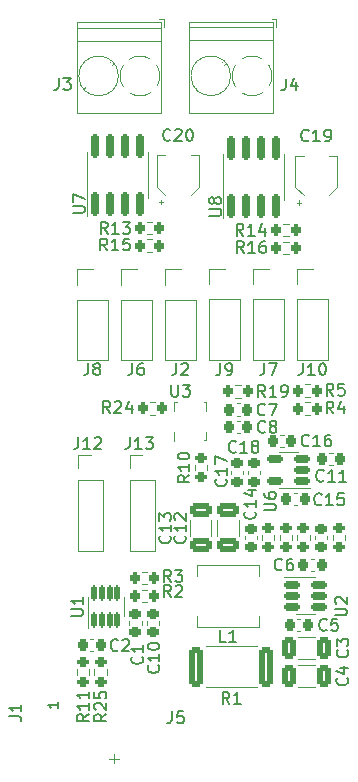
<source format=gbr>
%TF.GenerationSoftware,KiCad,Pcbnew,6.0.7-f9a2dced07~116~ubuntu20.04.1*%
%TF.CreationDate,2022-09-21T16:42:24+02:00*%
%TF.ProjectId,pylot_shield,70796c6f-745f-4736-9869-656c642e6b69,rev?*%
%TF.SameCoordinates,Original*%
%TF.FileFunction,Legend,Top*%
%TF.FilePolarity,Positive*%
%FSLAX46Y46*%
G04 Gerber Fmt 4.6, Leading zero omitted, Abs format (unit mm)*
G04 Created by KiCad (PCBNEW 6.0.7-f9a2dced07~116~ubuntu20.04.1) date 2022-09-21 16:42:24*
%MOMM*%
%LPD*%
G01*
G04 APERTURE LIST*
G04 Aperture macros list*
%AMRoundRect*
0 Rectangle with rounded corners*
0 $1 Rounding radius*
0 $2 $3 $4 $5 $6 $7 $8 $9 X,Y pos of 4 corners*
0 Add a 4 corners polygon primitive as box body*
4,1,4,$2,$3,$4,$5,$6,$7,$8,$9,$2,$3,0*
0 Add four circle primitives for the rounded corners*
1,1,$1+$1,$2,$3*
1,1,$1+$1,$4,$5*
1,1,$1+$1,$6,$7*
1,1,$1+$1,$8,$9*
0 Add four rect primitives between the rounded corners*
20,1,$1+$1,$2,$3,$4,$5,0*
20,1,$1+$1,$4,$5,$6,$7,0*
20,1,$1+$1,$6,$7,$8,$9,0*
20,1,$1+$1,$8,$9,$2,$3,0*%
G04 Aperture macros list end*
%ADD10C,0.150000*%
%ADD11C,0.120000*%
%ADD12C,0.100000*%
%ADD13RoundRect,0.225000X-0.225000X-0.250000X0.225000X-0.250000X0.225000X0.250000X-0.225000X0.250000X0*%
%ADD14RoundRect,0.225000X0.225000X0.250000X-0.225000X0.250000X-0.225000X-0.250000X0.225000X-0.250000X0*%
%ADD15RoundRect,0.250000X-0.325000X-0.650000X0.325000X-0.650000X0.325000X0.650000X-0.325000X0.650000X0*%
%ADD16R,1.700000X1.700000*%
%ADD17O,1.700000X1.700000*%
%ADD18RoundRect,0.200000X0.200000X0.275000X-0.200000X0.275000X-0.200000X-0.275000X0.200000X-0.275000X0*%
%ADD19RoundRect,0.150000X0.150000X-0.825000X0.150000X0.825000X-0.150000X0.825000X-0.150000X-0.825000X0*%
%ADD20C,0.800000*%
%ADD21R,3.300000X2.410000*%
%ADD22RoundRect,0.200000X-0.275000X0.200000X-0.275000X-0.200000X0.275000X-0.200000X0.275000X0.200000X0*%
%ADD23R,0.250000X0.675000*%
%ADD24R,0.675000X0.250000*%
%ADD25R,1.903000X2.790000*%
%ADD26RoundRect,0.200000X-0.200000X-0.275000X0.200000X-0.275000X0.200000X0.275000X-0.200000X0.275000X0*%
%ADD27RoundRect,0.200000X0.275000X-0.200000X0.275000X0.200000X-0.275000X0.200000X-0.275000X-0.200000X0*%
%ADD28R,2.400000X2.400000*%
%ADD29C,2.400000*%
%ADD30RoundRect,0.150000X0.512500X0.150000X-0.512500X0.150000X-0.512500X-0.150000X0.512500X-0.150000X0*%
%ADD31RoundRect,0.250000X0.650000X-0.325000X0.650000X0.325000X-0.650000X0.325000X-0.650000X-0.325000X0*%
%ADD32R,1.350000X1.350000*%
%ADD33O,1.350000X1.350000*%
%ADD34RoundRect,0.250000X-0.362500X-1.425000X0.362500X-1.425000X0.362500X1.425000X-0.362500X1.425000X0*%
%ADD35RoundRect,0.225000X0.250000X-0.225000X0.250000X0.225000X-0.250000X0.225000X-0.250000X-0.225000X0*%
%ADD36C,2.750000*%
%ADD37R,1.508000X1.508000*%
%ADD38C,1.508000*%
%ADD39R,1.600000X2.200000*%
%ADD40O,4.000000X9.000000*%
%ADD41RoundRect,0.125000X0.125000X-0.537500X0.125000X0.537500X-0.125000X0.537500X-0.125000X-0.537500X0*%
%ADD42RoundRect,0.150000X-0.512500X-0.150000X0.512500X-0.150000X0.512500X0.150000X-0.512500X0.150000X0*%
G04 APERTURE END LIST*
D10*
X104207142Y-66757142D02*
X104159523Y-66804761D01*
X104016666Y-66852380D01*
X103921428Y-66852380D01*
X103778571Y-66804761D01*
X103683333Y-66709523D01*
X103635714Y-66614285D01*
X103588095Y-66423809D01*
X103588095Y-66280952D01*
X103635714Y-66090476D01*
X103683333Y-65995238D01*
X103778571Y-65900000D01*
X103921428Y-65852380D01*
X104016666Y-65852380D01*
X104159523Y-65900000D01*
X104207142Y-65947619D01*
X105159523Y-66852380D02*
X104588095Y-66852380D01*
X104873809Y-66852380D02*
X104873809Y-65852380D01*
X104778571Y-65995238D01*
X104683333Y-66090476D01*
X104588095Y-66138095D01*
X106111904Y-66852380D02*
X105540476Y-66852380D01*
X105826190Y-66852380D02*
X105826190Y-65852380D01*
X105730952Y-65995238D01*
X105635714Y-66090476D01*
X105540476Y-66138095D01*
X102957142Y-63782142D02*
X102909523Y-63829761D01*
X102766666Y-63877380D01*
X102671428Y-63877380D01*
X102528571Y-63829761D01*
X102433333Y-63734523D01*
X102385714Y-63639285D01*
X102338095Y-63448809D01*
X102338095Y-63305952D01*
X102385714Y-63115476D01*
X102433333Y-63020238D01*
X102528571Y-62925000D01*
X102671428Y-62877380D01*
X102766666Y-62877380D01*
X102909523Y-62925000D01*
X102957142Y-62972619D01*
X103909523Y-63877380D02*
X103338095Y-63877380D01*
X103623809Y-63877380D02*
X103623809Y-62877380D01*
X103528571Y-63020238D01*
X103433333Y-63115476D01*
X103338095Y-63163095D01*
X104766666Y-62877380D02*
X104576190Y-62877380D01*
X104480952Y-62925000D01*
X104433333Y-62972619D01*
X104338095Y-63115476D01*
X104290476Y-63305952D01*
X104290476Y-63686904D01*
X104338095Y-63782142D01*
X104385714Y-63829761D01*
X104480952Y-63877380D01*
X104671428Y-63877380D01*
X104766666Y-63829761D01*
X104814285Y-63782142D01*
X104861904Y-63686904D01*
X104861904Y-63448809D01*
X104814285Y-63353571D01*
X104766666Y-63305952D01*
X104671428Y-63258333D01*
X104480952Y-63258333D01*
X104385714Y-63305952D01*
X104338095Y-63353571D01*
X104290476Y-63448809D01*
X99229817Y-61157142D02*
X99182198Y-61204761D01*
X99039341Y-61252380D01*
X98944103Y-61252380D01*
X98801245Y-61204761D01*
X98706007Y-61109523D01*
X98658388Y-61014285D01*
X98610769Y-60823809D01*
X98610769Y-60680952D01*
X98658388Y-60490476D01*
X98706007Y-60395238D01*
X98801245Y-60300000D01*
X98944103Y-60252380D01*
X99039341Y-60252380D01*
X99182198Y-60300000D01*
X99229817Y-60347619D01*
X99563150Y-60252380D02*
X100229817Y-60252380D01*
X99801245Y-61252380D01*
X106182142Y-83491666D02*
X106229761Y-83539285D01*
X106277380Y-83682142D01*
X106277380Y-83777380D01*
X106229761Y-83920238D01*
X106134523Y-84015476D01*
X106039285Y-84063095D01*
X105848809Y-84110714D01*
X105705952Y-84110714D01*
X105515476Y-84063095D01*
X105420238Y-84015476D01*
X105325000Y-83920238D01*
X105277380Y-83777380D01*
X105277380Y-83682142D01*
X105325000Y-83539285D01*
X105372619Y-83491666D01*
X105610714Y-82634523D02*
X106277380Y-82634523D01*
X105229761Y-82872619D02*
X105944047Y-83110714D01*
X105944047Y-82491666D01*
X102440476Y-56827380D02*
X102440476Y-57541666D01*
X102392857Y-57684523D01*
X102297619Y-57779761D01*
X102154761Y-57827380D01*
X102059523Y-57827380D01*
X103440476Y-57827380D02*
X102869047Y-57827380D01*
X103154761Y-57827380D02*
X103154761Y-56827380D01*
X103059523Y-56970238D01*
X102964285Y-57065476D01*
X102869047Y-57113095D01*
X104059523Y-56827380D02*
X104154761Y-56827380D01*
X104250000Y-56875000D01*
X104297619Y-56922619D01*
X104345238Y-57017857D01*
X104392857Y-57208333D01*
X104392857Y-57446428D01*
X104345238Y-57636904D01*
X104297619Y-57732142D01*
X104250000Y-57779761D01*
X104154761Y-57827380D01*
X104059523Y-57827380D01*
X103964285Y-57779761D01*
X103916666Y-57732142D01*
X103869047Y-57636904D01*
X103821428Y-57446428D01*
X103821428Y-57208333D01*
X103869047Y-57017857D01*
X103916666Y-56922619D01*
X103964285Y-56875000D01*
X104059523Y-56827380D01*
X85907142Y-45877380D02*
X85573809Y-45401190D01*
X85335714Y-45877380D02*
X85335714Y-44877380D01*
X85716666Y-44877380D01*
X85811904Y-44925000D01*
X85859523Y-44972619D01*
X85907142Y-45067857D01*
X85907142Y-45210714D01*
X85859523Y-45305952D01*
X85811904Y-45353571D01*
X85716666Y-45401190D01*
X85335714Y-45401190D01*
X86859523Y-45877380D02*
X86288095Y-45877380D01*
X86573809Y-45877380D02*
X86573809Y-44877380D01*
X86478571Y-45020238D01*
X86383333Y-45115476D01*
X86288095Y-45163095D01*
X87192857Y-44877380D02*
X87811904Y-44877380D01*
X87478571Y-45258333D01*
X87621428Y-45258333D01*
X87716666Y-45305952D01*
X87764285Y-45353571D01*
X87811904Y-45448809D01*
X87811904Y-45686904D01*
X87764285Y-45782142D01*
X87716666Y-45829761D01*
X87621428Y-45877380D01*
X87335714Y-45877380D01*
X87240476Y-45829761D01*
X87192857Y-45782142D01*
X82977380Y-44111904D02*
X83786904Y-44111904D01*
X83882142Y-44064285D01*
X83929761Y-44016666D01*
X83977380Y-43921428D01*
X83977380Y-43730952D01*
X83929761Y-43635714D01*
X83882142Y-43588095D01*
X83786904Y-43540476D01*
X82977380Y-43540476D01*
X82977380Y-43159523D02*
X82977380Y-42492857D01*
X83977380Y-42921428D01*
X85802380Y-86542857D02*
X85326190Y-86876190D01*
X85802380Y-87114285D02*
X84802380Y-87114285D01*
X84802380Y-86733333D01*
X84850000Y-86638095D01*
X84897619Y-86590476D01*
X84992857Y-86542857D01*
X85135714Y-86542857D01*
X85230952Y-86590476D01*
X85278571Y-86638095D01*
X85326190Y-86733333D01*
X85326190Y-87114285D01*
X84897619Y-86161904D02*
X84850000Y-86114285D01*
X84802380Y-86019047D01*
X84802380Y-85780952D01*
X84850000Y-85685714D01*
X84897619Y-85638095D01*
X84992857Y-85590476D01*
X85088095Y-85590476D01*
X85230952Y-85638095D01*
X85802380Y-86209523D01*
X85802380Y-85590476D01*
X84802380Y-84685714D02*
X84802380Y-85161904D01*
X85278571Y-85209523D01*
X85230952Y-85161904D01*
X85183333Y-85066666D01*
X85183333Y-84828571D01*
X85230952Y-84733333D01*
X85278571Y-84685714D01*
X85373809Y-84638095D01*
X85611904Y-84638095D01*
X85707142Y-84685714D01*
X85754761Y-84733333D01*
X85802380Y-84828571D01*
X85802380Y-85066666D01*
X85754761Y-85161904D01*
X85707142Y-85209523D01*
X91313095Y-58652380D02*
X91313095Y-59461904D01*
X91360714Y-59557142D01*
X91408333Y-59604761D01*
X91503571Y-59652380D01*
X91694047Y-59652380D01*
X91789285Y-59604761D01*
X91836904Y-59557142D01*
X91884523Y-59461904D01*
X91884523Y-58652380D01*
X92265476Y-58652380D02*
X92884523Y-58652380D01*
X92551190Y-59033333D01*
X92694047Y-59033333D01*
X92789285Y-59080952D01*
X92836904Y-59128571D01*
X92884523Y-59223809D01*
X92884523Y-59461904D01*
X92836904Y-59557142D01*
X92789285Y-59604761D01*
X92694047Y-59652380D01*
X92408333Y-59652380D01*
X92313095Y-59604761D01*
X92265476Y-59557142D01*
X95933333Y-80402380D02*
X95457142Y-80402380D01*
X95457142Y-79402380D01*
X96790476Y-80402380D02*
X96219047Y-80402380D01*
X96504761Y-80402380D02*
X96504761Y-79402380D01*
X96409523Y-79545238D01*
X96314285Y-79640476D01*
X96219047Y-79688095D01*
X91283333Y-76627380D02*
X90950000Y-76151190D01*
X90711904Y-76627380D02*
X90711904Y-75627380D01*
X91092857Y-75627380D01*
X91188095Y-75675000D01*
X91235714Y-75722619D01*
X91283333Y-75817857D01*
X91283333Y-75960714D01*
X91235714Y-76055952D01*
X91188095Y-76103571D01*
X91092857Y-76151190D01*
X90711904Y-76151190D01*
X91664285Y-75722619D02*
X91711904Y-75675000D01*
X91807142Y-75627380D01*
X92045238Y-75627380D01*
X92140476Y-75675000D01*
X92188095Y-75722619D01*
X92235714Y-75817857D01*
X92235714Y-75913095D01*
X92188095Y-76055952D01*
X91616666Y-76627380D01*
X92235714Y-76627380D01*
X100991666Y-32727380D02*
X100991666Y-33441666D01*
X100944047Y-33584523D01*
X100848809Y-33679761D01*
X100705952Y-33727380D01*
X100610714Y-33727380D01*
X101896428Y-33060714D02*
X101896428Y-33727380D01*
X101658333Y-32679761D02*
X101420238Y-33394047D01*
X102039285Y-33394047D01*
X91283333Y-75352380D02*
X90950000Y-74876190D01*
X90711904Y-75352380D02*
X90711904Y-74352380D01*
X91092857Y-74352380D01*
X91188095Y-74400000D01*
X91235714Y-74447619D01*
X91283333Y-74542857D01*
X91283333Y-74685714D01*
X91235714Y-74780952D01*
X91188095Y-74828571D01*
X91092857Y-74876190D01*
X90711904Y-74876190D01*
X91616666Y-74352380D02*
X92235714Y-74352380D01*
X91902380Y-74733333D01*
X92045238Y-74733333D01*
X92140476Y-74780952D01*
X92188095Y-74828571D01*
X92235714Y-74923809D01*
X92235714Y-75161904D01*
X92188095Y-75257142D01*
X92140476Y-75304761D01*
X92045238Y-75352380D01*
X91759523Y-75352380D01*
X91664285Y-75304761D01*
X91616666Y-75257142D01*
X86132142Y-61052380D02*
X85798809Y-60576190D01*
X85560714Y-61052380D02*
X85560714Y-60052380D01*
X85941666Y-60052380D01*
X86036904Y-60100000D01*
X86084523Y-60147619D01*
X86132142Y-60242857D01*
X86132142Y-60385714D01*
X86084523Y-60480952D01*
X86036904Y-60528571D01*
X85941666Y-60576190D01*
X85560714Y-60576190D01*
X86513095Y-60147619D02*
X86560714Y-60100000D01*
X86655952Y-60052380D01*
X86894047Y-60052380D01*
X86989285Y-60100000D01*
X87036904Y-60147619D01*
X87084523Y-60242857D01*
X87084523Y-60338095D01*
X87036904Y-60480952D01*
X86465476Y-61052380D01*
X87084523Y-61052380D01*
X87941666Y-60385714D02*
X87941666Y-61052380D01*
X87703571Y-60004761D02*
X87465476Y-60719047D01*
X88084523Y-60719047D01*
X100683332Y-74282142D02*
X100635713Y-74329761D01*
X100492856Y-74377380D01*
X100397618Y-74377380D01*
X100254760Y-74329761D01*
X100159522Y-74234523D01*
X100111903Y-74139285D01*
X100064284Y-73948809D01*
X100064284Y-73805952D01*
X100111903Y-73615476D01*
X100159522Y-73520238D01*
X100254760Y-73425000D01*
X100397618Y-73377380D01*
X100492856Y-73377380D01*
X100635713Y-73425000D01*
X100683332Y-73472619D01*
X101540475Y-73377380D02*
X101349999Y-73377380D01*
X101254760Y-73425000D01*
X101207141Y-73472619D01*
X101111903Y-73615476D01*
X101064284Y-73805952D01*
X101064284Y-74186904D01*
X101111903Y-74282142D01*
X101159522Y-74329761D01*
X101254760Y-74377380D01*
X101445237Y-74377380D01*
X101540475Y-74329761D01*
X101588094Y-74282142D01*
X101635713Y-74186904D01*
X101635713Y-73948809D01*
X101588094Y-73853571D01*
X101540475Y-73805952D01*
X101445237Y-73758333D01*
X101254760Y-73758333D01*
X101159522Y-73805952D01*
X101111903Y-73853571D01*
X101064284Y-73948809D01*
X99177380Y-69286904D02*
X99986904Y-69286904D01*
X100082142Y-69239285D01*
X100129761Y-69191666D01*
X100177380Y-69096428D01*
X100177380Y-68905952D01*
X100129761Y-68810714D01*
X100082142Y-68763095D01*
X99986904Y-68715476D01*
X99177380Y-68715476D01*
X99177380Y-67810714D02*
X99177380Y-68001190D01*
X99225000Y-68096428D01*
X99272619Y-68144047D01*
X99415476Y-68239285D01*
X99605952Y-68286904D01*
X99986904Y-68286904D01*
X100082142Y-68239285D01*
X100129761Y-68191666D01*
X100177380Y-68096428D01*
X100177380Y-67905952D01*
X100129761Y-67810714D01*
X100082142Y-67763095D01*
X99986904Y-67715476D01*
X99748809Y-67715476D01*
X99653571Y-67763095D01*
X99605952Y-67810714D01*
X99558333Y-67905952D01*
X99558333Y-68096428D01*
X99605952Y-68191666D01*
X99653571Y-68239285D01*
X99748809Y-68286904D01*
X92457142Y-71442857D02*
X92504761Y-71490476D01*
X92552380Y-71633333D01*
X92552380Y-71728571D01*
X92504761Y-71871428D01*
X92409523Y-71966666D01*
X92314285Y-72014285D01*
X92123809Y-72061904D01*
X91980952Y-72061904D01*
X91790476Y-72014285D01*
X91695238Y-71966666D01*
X91600000Y-71871428D01*
X91552380Y-71728571D01*
X91552380Y-71633333D01*
X91600000Y-71490476D01*
X91647619Y-71442857D01*
X92552380Y-70490476D02*
X92552380Y-71061904D01*
X92552380Y-70776190D02*
X91552380Y-70776190D01*
X91695238Y-70871428D01*
X91790476Y-70966666D01*
X91838095Y-71061904D01*
X91647619Y-70109523D02*
X91600000Y-70061904D01*
X91552380Y-69966666D01*
X91552380Y-69728571D01*
X91600000Y-69633333D01*
X91647619Y-69585714D01*
X91742857Y-69538095D01*
X91838095Y-69538095D01*
X91980952Y-69585714D01*
X92552380Y-70157142D01*
X92552380Y-69538095D01*
X87790476Y-63092380D02*
X87790476Y-63806666D01*
X87742857Y-63949523D01*
X87647619Y-64044761D01*
X87504761Y-64092380D01*
X87409523Y-64092380D01*
X88790476Y-64092380D02*
X88219047Y-64092380D01*
X88504761Y-64092380D02*
X88504761Y-63092380D01*
X88409523Y-63235238D01*
X88314285Y-63330476D01*
X88219047Y-63378095D01*
X89123809Y-63092380D02*
X89742857Y-63092380D01*
X89409523Y-63473333D01*
X89552380Y-63473333D01*
X89647619Y-63520952D01*
X89695238Y-63568571D01*
X89742857Y-63663809D01*
X89742857Y-63901904D01*
X89695238Y-63997142D01*
X89647619Y-64044761D01*
X89552380Y-64092380D01*
X89266666Y-64092380D01*
X89171428Y-64044761D01*
X89123809Y-63997142D01*
X96233334Y-85677380D02*
X95900001Y-85201190D01*
X95661905Y-85677380D02*
X95661905Y-84677380D01*
X96042858Y-84677380D01*
X96138096Y-84725000D01*
X96185715Y-84772619D01*
X96233334Y-84867857D01*
X96233334Y-85010714D01*
X96185715Y-85105952D01*
X96138096Y-85153571D01*
X96042858Y-85201190D01*
X95661905Y-85201190D01*
X97185715Y-85677380D02*
X96614286Y-85677380D01*
X96900001Y-85677380D02*
X96900001Y-84677380D01*
X96804762Y-84820238D01*
X96709524Y-84915476D01*
X96614286Y-84963095D01*
X104458333Y-79382142D02*
X104410714Y-79429761D01*
X104267857Y-79477380D01*
X104172619Y-79477380D01*
X104029761Y-79429761D01*
X103934523Y-79334523D01*
X103886904Y-79239285D01*
X103839285Y-79048809D01*
X103839285Y-78905952D01*
X103886904Y-78715476D01*
X103934523Y-78620238D01*
X104029761Y-78525000D01*
X104172619Y-78477380D01*
X104267857Y-78477380D01*
X104410714Y-78525000D01*
X104458333Y-78572619D01*
X105363095Y-78477380D02*
X104886904Y-78477380D01*
X104839285Y-78953571D01*
X104886904Y-78905952D01*
X104982142Y-78858333D01*
X105220238Y-78858333D01*
X105315476Y-78905952D01*
X105363095Y-78953571D01*
X105410714Y-79048809D01*
X105410714Y-79286904D01*
X105363095Y-79382142D01*
X105315476Y-79429761D01*
X105220238Y-79477380D01*
X104982142Y-79477380D01*
X104886904Y-79429761D01*
X104839285Y-79382142D01*
X88832142Y-81666666D02*
X88879761Y-81714285D01*
X88927380Y-81857142D01*
X88927380Y-81952380D01*
X88879761Y-82095238D01*
X88784523Y-82190476D01*
X88689285Y-82238095D01*
X88498809Y-82285714D01*
X88355952Y-82285714D01*
X88165476Y-82238095D01*
X88070238Y-82190476D01*
X87975000Y-82095238D01*
X87927380Y-81952380D01*
X87927380Y-81857142D01*
X87975000Y-81714285D01*
X88022619Y-81666666D01*
X88927380Y-80714285D02*
X88927380Y-81285714D01*
X88927380Y-81000000D02*
X87927380Y-81000000D01*
X88070238Y-81095238D01*
X88165476Y-81190476D01*
X88213095Y-81285714D01*
X106207142Y-81091666D02*
X106254761Y-81139285D01*
X106302380Y-81282142D01*
X106302380Y-81377380D01*
X106254761Y-81520238D01*
X106159523Y-81615476D01*
X106064285Y-81663095D01*
X105873809Y-81710714D01*
X105730952Y-81710714D01*
X105540476Y-81663095D01*
X105445238Y-81615476D01*
X105350000Y-81520238D01*
X105302380Y-81377380D01*
X105302380Y-81282142D01*
X105350000Y-81139285D01*
X105397619Y-81091666D01*
X105302380Y-80758333D02*
X105302380Y-80139285D01*
X105683333Y-80472619D01*
X105683333Y-80329761D01*
X105730952Y-80234523D01*
X105778571Y-80186904D01*
X105873809Y-80139285D01*
X106111904Y-80139285D01*
X106207142Y-80186904D01*
X106254761Y-80234523D01*
X106302380Y-80329761D01*
X106302380Y-80615476D01*
X106254761Y-80710714D01*
X106207142Y-80758333D01*
X98382141Y-69392856D02*
X98429760Y-69440475D01*
X98477379Y-69583332D01*
X98477379Y-69678570D01*
X98429760Y-69821427D01*
X98334522Y-69916665D01*
X98239284Y-69964284D01*
X98048808Y-70011903D01*
X97905951Y-70011903D01*
X97715475Y-69964284D01*
X97620237Y-69916665D01*
X97524999Y-69821427D01*
X97477379Y-69678570D01*
X97477379Y-69583332D01*
X97524999Y-69440475D01*
X97572618Y-69392856D01*
X98477379Y-68440475D02*
X98477379Y-69011903D01*
X98477379Y-68726189D02*
X97477379Y-68726189D01*
X97620237Y-68821427D01*
X97715475Y-68916665D01*
X97763094Y-69011903D01*
X97810713Y-67583332D02*
X98477379Y-67583332D01*
X97429760Y-67821427D02*
X98144046Y-68059522D01*
X98144046Y-67440475D01*
X92833350Y-66299622D02*
X92357160Y-66632955D01*
X92833350Y-66871050D02*
X91833350Y-66871050D01*
X91833350Y-66490098D01*
X91880970Y-66394860D01*
X91928589Y-66347241D01*
X92023827Y-66299622D01*
X92166684Y-66299622D01*
X92261922Y-66347241D01*
X92309541Y-66394860D01*
X92357160Y-66490098D01*
X92357160Y-66871050D01*
X92833350Y-65347241D02*
X92833350Y-65918669D01*
X92833350Y-65632955D02*
X91833350Y-65632955D01*
X91976208Y-65728193D01*
X92071446Y-65823431D01*
X92119065Y-65918669D01*
X91833350Y-64728193D02*
X91833350Y-64632955D01*
X91880970Y-64537717D01*
X91928589Y-64490098D01*
X92023827Y-64442479D01*
X92214303Y-64394860D01*
X92452398Y-64394860D01*
X92642874Y-64442479D01*
X92738112Y-64490098D01*
X92785731Y-64537717D01*
X92833350Y-64632955D01*
X92833350Y-64728193D01*
X92785731Y-64823431D01*
X92738112Y-64871050D01*
X92642874Y-64918669D01*
X92452398Y-64966288D01*
X92214303Y-64966288D01*
X92023827Y-64918669D01*
X91928589Y-64871050D01*
X91880970Y-64823431D01*
X91833350Y-64728193D01*
X83440476Y-63092380D02*
X83440476Y-63806666D01*
X83392857Y-63949523D01*
X83297619Y-64044761D01*
X83154761Y-64092380D01*
X83059523Y-64092380D01*
X84440476Y-64092380D02*
X83869047Y-64092380D01*
X84154761Y-64092380D02*
X84154761Y-63092380D01*
X84059523Y-63235238D01*
X83964285Y-63330476D01*
X83869047Y-63378095D01*
X84821428Y-63187619D02*
X84869047Y-63140000D01*
X84964285Y-63092380D01*
X85202380Y-63092380D01*
X85297619Y-63140000D01*
X85345238Y-63187619D01*
X85392857Y-63282857D01*
X85392857Y-63378095D01*
X85345238Y-63520952D01*
X84773809Y-64092380D01*
X85392857Y-64092380D01*
X99257142Y-59677380D02*
X98923809Y-59201190D01*
X98685714Y-59677380D02*
X98685714Y-58677380D01*
X99066666Y-58677380D01*
X99161904Y-58725000D01*
X99209523Y-58772619D01*
X99257142Y-58867857D01*
X99257142Y-59010714D01*
X99209523Y-59105952D01*
X99161904Y-59153571D01*
X99066666Y-59201190D01*
X98685714Y-59201190D01*
X100209523Y-59677380D02*
X99638095Y-59677380D01*
X99923809Y-59677380D02*
X99923809Y-58677380D01*
X99828571Y-58820238D01*
X99733333Y-58915476D01*
X99638095Y-58963095D01*
X100685714Y-59677380D02*
X100876190Y-59677380D01*
X100971428Y-59629761D01*
X101019047Y-59582142D01*
X101114285Y-59439285D01*
X101161904Y-59248809D01*
X101161904Y-58867857D01*
X101114285Y-58772619D01*
X101066666Y-58725000D01*
X100971428Y-58677380D01*
X100780952Y-58677380D01*
X100685714Y-58725000D01*
X100638095Y-58772619D01*
X100590476Y-58867857D01*
X100590476Y-59105952D01*
X100638095Y-59201190D01*
X100685714Y-59248809D01*
X100780952Y-59296428D01*
X100971428Y-59296428D01*
X101066666Y-59248809D01*
X101114285Y-59201190D01*
X101161904Y-59105952D01*
X97432142Y-47502380D02*
X97098809Y-47026190D01*
X96860714Y-47502380D02*
X96860714Y-46502380D01*
X97241666Y-46502380D01*
X97336904Y-46550000D01*
X97384523Y-46597619D01*
X97432142Y-46692857D01*
X97432142Y-46835714D01*
X97384523Y-46930952D01*
X97336904Y-46978571D01*
X97241666Y-47026190D01*
X96860714Y-47026190D01*
X98384523Y-47502380D02*
X97813095Y-47502380D01*
X98098809Y-47502380D02*
X98098809Y-46502380D01*
X98003571Y-46645238D01*
X97908333Y-46740476D01*
X97813095Y-46788095D01*
X99241666Y-46502380D02*
X99051190Y-46502380D01*
X98955952Y-46550000D01*
X98908333Y-46597619D01*
X98813095Y-46740476D01*
X98765476Y-46930952D01*
X98765476Y-47311904D01*
X98813095Y-47407142D01*
X98860714Y-47454761D01*
X98955952Y-47502380D01*
X99146428Y-47502380D01*
X99241666Y-47454761D01*
X99289285Y-47407142D01*
X99336904Y-47311904D01*
X99336904Y-47073809D01*
X99289285Y-46978571D01*
X99241666Y-46930952D01*
X99146428Y-46883333D01*
X98955952Y-46883333D01*
X98860714Y-46930952D01*
X98813095Y-46978571D01*
X98765476Y-47073809D01*
X95932142Y-66642857D02*
X95979761Y-66690476D01*
X96027380Y-66833333D01*
X96027380Y-66928571D01*
X95979761Y-67071428D01*
X95884523Y-67166666D01*
X95789285Y-67214285D01*
X95598809Y-67261904D01*
X95455952Y-67261904D01*
X95265476Y-67214285D01*
X95170238Y-67166666D01*
X95075000Y-67071428D01*
X95027380Y-66928571D01*
X95027380Y-66833333D01*
X95075000Y-66690476D01*
X95122619Y-66642857D01*
X96027380Y-65690476D02*
X96027380Y-66261904D01*
X96027380Y-65976190D02*
X95027380Y-65976190D01*
X95170238Y-66071428D01*
X95265476Y-66166666D01*
X95313095Y-66261904D01*
X95027380Y-65357142D02*
X95027380Y-64690476D01*
X96027380Y-65119047D01*
X85882142Y-47277380D02*
X85548809Y-46801190D01*
X85310714Y-47277380D02*
X85310714Y-46277380D01*
X85691666Y-46277380D01*
X85786904Y-46325000D01*
X85834523Y-46372619D01*
X85882142Y-46467857D01*
X85882142Y-46610714D01*
X85834523Y-46705952D01*
X85786904Y-46753571D01*
X85691666Y-46801190D01*
X85310714Y-46801190D01*
X86834523Y-47277380D02*
X86263095Y-47277380D01*
X86548809Y-47277380D02*
X86548809Y-46277380D01*
X86453571Y-46420238D01*
X86358333Y-46515476D01*
X86263095Y-46563095D01*
X87739285Y-46277380D02*
X87263095Y-46277380D01*
X87215476Y-46753571D01*
X87263095Y-46705952D01*
X87358333Y-46658333D01*
X87596428Y-46658333D01*
X87691666Y-46705952D01*
X87739285Y-46753571D01*
X87786904Y-46848809D01*
X87786904Y-47086904D01*
X87739285Y-47182142D01*
X87691666Y-47229761D01*
X87596428Y-47277380D01*
X87358333Y-47277380D01*
X87263095Y-47229761D01*
X87215476Y-47182142D01*
X90207142Y-82417857D02*
X90254761Y-82465476D01*
X90302380Y-82608333D01*
X90302380Y-82703571D01*
X90254761Y-82846428D01*
X90159523Y-82941666D01*
X90064285Y-82989285D01*
X89873809Y-83036904D01*
X89730952Y-83036904D01*
X89540476Y-82989285D01*
X89445238Y-82941666D01*
X89350000Y-82846428D01*
X89302380Y-82703571D01*
X89302380Y-82608333D01*
X89350000Y-82465476D01*
X89397619Y-82417857D01*
X90302380Y-81465476D02*
X90302380Y-82036904D01*
X90302380Y-81751190D02*
X89302380Y-81751190D01*
X89445238Y-81846428D01*
X89540476Y-81941666D01*
X89588095Y-82036904D01*
X89302380Y-80846428D02*
X89302380Y-80751190D01*
X89350000Y-80655952D01*
X89397619Y-80608333D01*
X89492857Y-80560714D01*
X89683333Y-80513095D01*
X89921428Y-80513095D01*
X90111904Y-80560714D01*
X90207142Y-80608333D01*
X90254761Y-80655952D01*
X90302380Y-80751190D01*
X90302380Y-80846428D01*
X90254761Y-80941666D01*
X90207142Y-80989285D01*
X90111904Y-81036904D01*
X89921428Y-81084523D01*
X89683333Y-81084523D01*
X89492857Y-81036904D01*
X89397619Y-80989285D01*
X89350000Y-80941666D01*
X89302380Y-80846428D01*
X84302380Y-86542857D02*
X83826190Y-86876190D01*
X84302380Y-87114285D02*
X83302380Y-87114285D01*
X83302380Y-86733333D01*
X83350000Y-86638095D01*
X83397619Y-86590476D01*
X83492857Y-86542857D01*
X83635714Y-86542857D01*
X83730952Y-86590476D01*
X83778571Y-86638095D01*
X83826190Y-86733333D01*
X83826190Y-87114285D01*
X84302380Y-85590476D02*
X84302380Y-86161904D01*
X84302380Y-85876190D02*
X83302380Y-85876190D01*
X83445238Y-85971428D01*
X83540476Y-86066666D01*
X83588095Y-86161904D01*
X84302380Y-84638095D02*
X84302380Y-85209523D01*
X84302380Y-84923809D02*
X83302380Y-84923809D01*
X83445238Y-85019047D01*
X83540476Y-85114285D01*
X83588095Y-85209523D01*
X94527380Y-44336904D02*
X95336904Y-44336904D01*
X95432142Y-44289285D01*
X95479761Y-44241666D01*
X95527380Y-44146428D01*
X95527380Y-43955952D01*
X95479761Y-43860714D01*
X95432142Y-43813095D01*
X95336904Y-43765476D01*
X94527380Y-43765476D01*
X94955952Y-43146428D02*
X94908333Y-43241666D01*
X94860714Y-43289285D01*
X94765476Y-43336904D01*
X94717857Y-43336904D01*
X94622619Y-43289285D01*
X94575000Y-43241666D01*
X94527380Y-43146428D01*
X94527380Y-42955952D01*
X94575000Y-42860714D01*
X94622619Y-42813095D01*
X94717857Y-42765476D01*
X94765476Y-42765476D01*
X94860714Y-42813095D01*
X94908333Y-42860714D01*
X94955952Y-42955952D01*
X94955952Y-43146428D01*
X95003571Y-43241666D01*
X95051190Y-43289285D01*
X95146428Y-43336904D01*
X95336904Y-43336904D01*
X95432142Y-43289285D01*
X95479761Y-43241666D01*
X95527380Y-43146428D01*
X95527380Y-42955952D01*
X95479761Y-42860714D01*
X95432142Y-42813095D01*
X95336904Y-42765476D01*
X95146428Y-42765476D01*
X95051190Y-42813095D01*
X95003571Y-42860714D01*
X94955952Y-42955952D01*
X91741666Y-56827380D02*
X91741666Y-57541666D01*
X91694047Y-57684523D01*
X91598809Y-57779761D01*
X91455952Y-57827380D01*
X91360714Y-57827380D01*
X92170238Y-56922619D02*
X92217857Y-56875000D01*
X92313095Y-56827380D01*
X92551190Y-56827380D01*
X92646428Y-56875000D01*
X92694047Y-56922619D01*
X92741666Y-57017857D01*
X92741666Y-57113095D01*
X92694047Y-57255952D01*
X92122619Y-57827380D01*
X92741666Y-57827380D01*
X97407142Y-46027380D02*
X97073809Y-45551190D01*
X96835714Y-46027380D02*
X96835714Y-45027380D01*
X97216666Y-45027380D01*
X97311904Y-45075000D01*
X97359523Y-45122619D01*
X97407142Y-45217857D01*
X97407142Y-45360714D01*
X97359523Y-45455952D01*
X97311904Y-45503571D01*
X97216666Y-45551190D01*
X96835714Y-45551190D01*
X98359523Y-46027380D02*
X97788095Y-46027380D01*
X98073809Y-46027380D02*
X98073809Y-45027380D01*
X97978571Y-45170238D01*
X97883333Y-45265476D01*
X97788095Y-45313095D01*
X99216666Y-45360714D02*
X99216666Y-46027380D01*
X98978571Y-44979761D02*
X98740476Y-45694047D01*
X99359523Y-45694047D01*
X77601345Y-86733963D02*
X78316981Y-86733963D01*
X78460108Y-86781672D01*
X78555526Y-86877090D01*
X78603235Y-87020217D01*
X78603235Y-87115635D01*
X78603235Y-85732073D02*
X78603235Y-86304581D01*
X78603235Y-86018327D02*
X77601345Y-86018327D01*
X77744473Y-86113745D01*
X77839891Y-86209163D01*
X77887600Y-86304581D01*
X81687278Y-85546192D02*
X81687278Y-86003807D01*
X81687278Y-85775000D02*
X80886451Y-85775000D01*
X81000855Y-85851269D01*
X81077124Y-85927538D01*
X81115259Y-86003807D01*
X104032142Y-68757141D02*
X103984523Y-68804760D01*
X103841666Y-68852379D01*
X103746428Y-68852379D01*
X103603571Y-68804760D01*
X103508333Y-68709522D01*
X103460714Y-68614284D01*
X103413095Y-68423808D01*
X103413095Y-68280951D01*
X103460714Y-68090475D01*
X103508333Y-67995237D01*
X103603571Y-67899999D01*
X103746428Y-67852379D01*
X103841666Y-67852379D01*
X103984523Y-67899999D01*
X104032142Y-67947618D01*
X104984523Y-68852379D02*
X104413095Y-68852379D01*
X104698809Y-68852379D02*
X104698809Y-67852379D01*
X104603571Y-67995237D01*
X104508333Y-68090475D01*
X104413095Y-68138094D01*
X105889285Y-67852379D02*
X105413095Y-67852379D01*
X105365476Y-68328570D01*
X105413095Y-68280951D01*
X105508333Y-68233332D01*
X105746428Y-68233332D01*
X105841666Y-68280951D01*
X105889285Y-68328570D01*
X105936904Y-68423808D01*
X105936904Y-68661903D01*
X105889285Y-68757141D01*
X105841666Y-68804760D01*
X105746428Y-68852379D01*
X105508333Y-68852379D01*
X105413095Y-68804760D01*
X105365476Y-68757141D01*
X102932142Y-37957142D02*
X102884523Y-38004761D01*
X102741666Y-38052380D01*
X102646428Y-38052380D01*
X102503571Y-38004761D01*
X102408333Y-37909523D01*
X102360714Y-37814285D01*
X102313095Y-37623809D01*
X102313095Y-37480952D01*
X102360714Y-37290476D01*
X102408333Y-37195238D01*
X102503571Y-37100000D01*
X102646428Y-37052380D01*
X102741666Y-37052380D01*
X102884523Y-37100000D01*
X102932142Y-37147619D01*
X103884523Y-38052380D02*
X103313095Y-38052380D01*
X103598809Y-38052380D02*
X103598809Y-37052380D01*
X103503571Y-37195238D01*
X103408333Y-37290476D01*
X103313095Y-37338095D01*
X104360714Y-38052380D02*
X104551190Y-38052380D01*
X104646428Y-38004761D01*
X104694047Y-37957142D01*
X104789285Y-37814285D01*
X104836904Y-37623809D01*
X104836904Y-37242857D01*
X104789285Y-37147619D01*
X104741666Y-37100000D01*
X104646428Y-37052380D01*
X104455952Y-37052380D01*
X104360714Y-37100000D01*
X104313095Y-37147619D01*
X104265476Y-37242857D01*
X104265476Y-37480952D01*
X104313095Y-37576190D01*
X104360714Y-37623809D01*
X104455952Y-37671428D01*
X104646428Y-37671428D01*
X104741666Y-37623809D01*
X104789285Y-37576190D01*
X104836904Y-37480952D01*
X88016666Y-56827380D02*
X88016666Y-57541666D01*
X87969047Y-57684523D01*
X87873809Y-57779761D01*
X87730952Y-57827380D01*
X87635714Y-57827380D01*
X88921428Y-56827380D02*
X88730952Y-56827380D01*
X88635714Y-56875000D01*
X88588095Y-56922619D01*
X88492857Y-57065476D01*
X88445238Y-57255952D01*
X88445238Y-57636904D01*
X88492857Y-57732142D01*
X88540476Y-57779761D01*
X88635714Y-57827380D01*
X88826190Y-57827380D01*
X88921428Y-57779761D01*
X88969047Y-57732142D01*
X89016666Y-57636904D01*
X89016666Y-57398809D01*
X88969047Y-57303571D01*
X88921428Y-57255952D01*
X88826190Y-57208333D01*
X88635714Y-57208333D01*
X88540476Y-57255952D01*
X88492857Y-57303571D01*
X88445238Y-57398809D01*
X99252793Y-62619794D02*
X99205174Y-62667413D01*
X99062317Y-62715032D01*
X98967079Y-62715032D01*
X98824221Y-62667413D01*
X98728983Y-62572175D01*
X98681364Y-62476937D01*
X98633745Y-62286461D01*
X98633745Y-62143604D01*
X98681364Y-61953128D01*
X98728983Y-61857890D01*
X98824221Y-61762652D01*
X98967079Y-61715032D01*
X99062317Y-61715032D01*
X99205174Y-61762652D01*
X99252793Y-61810271D01*
X99824221Y-62143604D02*
X99728983Y-62095985D01*
X99681364Y-62048366D01*
X99633745Y-61953128D01*
X99633745Y-61905509D01*
X99681364Y-61810271D01*
X99728983Y-61762652D01*
X99824221Y-61715032D01*
X100014698Y-61715032D01*
X100109936Y-61762652D01*
X100157555Y-61810271D01*
X100205174Y-61905509D01*
X100205174Y-61953128D01*
X100157555Y-62048366D01*
X100109936Y-62095985D01*
X100014698Y-62143604D01*
X99824221Y-62143604D01*
X99728983Y-62191223D01*
X99681364Y-62238842D01*
X99633745Y-62334080D01*
X99633745Y-62524556D01*
X99681364Y-62619794D01*
X99728983Y-62667413D01*
X99824221Y-62715032D01*
X100014698Y-62715032D01*
X100109936Y-62667413D01*
X100157555Y-62619794D01*
X100205174Y-62524556D01*
X100205174Y-62334080D01*
X100157555Y-62238842D01*
X100109936Y-62191223D01*
X100014698Y-62143604D01*
X91366666Y-86302380D02*
X91366666Y-87016666D01*
X91319047Y-87159523D01*
X91223809Y-87254761D01*
X91080952Y-87302380D01*
X90985714Y-87302380D01*
X92319047Y-86302380D02*
X91842857Y-86302380D01*
X91795238Y-86778571D01*
X91842857Y-86730952D01*
X91938095Y-86683333D01*
X92176190Y-86683333D01*
X92271428Y-86730952D01*
X92319047Y-86778571D01*
X92366666Y-86873809D01*
X92366666Y-87111904D01*
X92319047Y-87207142D01*
X92271428Y-87254761D01*
X92176190Y-87302380D01*
X91938095Y-87302380D01*
X91842857Y-87254761D01*
X91795238Y-87207142D01*
X82827380Y-78224404D02*
X83636904Y-78224404D01*
X83732142Y-78176785D01*
X83779761Y-78129166D01*
X83827380Y-78033928D01*
X83827380Y-77843452D01*
X83779761Y-77748214D01*
X83732142Y-77700595D01*
X83636904Y-77652976D01*
X82827380Y-77652976D01*
X83827380Y-76652976D02*
X83827380Y-77224404D01*
X83827380Y-76938690D02*
X82827380Y-76938690D01*
X82970238Y-77033928D01*
X83065476Y-77129166D01*
X83113095Y-77224404D01*
X99191666Y-56827380D02*
X99191666Y-57541666D01*
X99144047Y-57684523D01*
X99048809Y-57779761D01*
X98905952Y-57827380D01*
X98810714Y-57827380D01*
X99572619Y-56827380D02*
X100239285Y-56827380D01*
X99810714Y-57827380D01*
X105033333Y-61077380D02*
X104700000Y-60601190D01*
X104461904Y-61077380D02*
X104461904Y-60077380D01*
X104842857Y-60077380D01*
X104938095Y-60125000D01*
X104985714Y-60172619D01*
X105033333Y-60267857D01*
X105033333Y-60410714D01*
X104985714Y-60505952D01*
X104938095Y-60553571D01*
X104842857Y-60601190D01*
X104461904Y-60601190D01*
X105890476Y-60410714D02*
X105890476Y-61077380D01*
X105652380Y-60029761D02*
X105414285Y-60744047D01*
X106033333Y-60744047D01*
X84291666Y-56827380D02*
X84291666Y-57541666D01*
X84244047Y-57684523D01*
X84148809Y-57779761D01*
X84005952Y-57827380D01*
X83910714Y-57827380D01*
X84910714Y-57255952D02*
X84815476Y-57208333D01*
X84767857Y-57160714D01*
X84720238Y-57065476D01*
X84720238Y-57017857D01*
X84767857Y-56922619D01*
X84815476Y-56875000D01*
X84910714Y-56827380D01*
X85101190Y-56827380D01*
X85196428Y-56875000D01*
X85244047Y-56922619D01*
X85291666Y-57017857D01*
X85291666Y-57065476D01*
X85244047Y-57160714D01*
X85196428Y-57208333D01*
X85101190Y-57255952D01*
X84910714Y-57255952D01*
X84815476Y-57303571D01*
X84767857Y-57351190D01*
X84720238Y-57446428D01*
X84720238Y-57636904D01*
X84767857Y-57732142D01*
X84815476Y-57779761D01*
X84910714Y-57827380D01*
X85101190Y-57827380D01*
X85196428Y-57779761D01*
X85244047Y-57732142D01*
X85291666Y-57636904D01*
X85291666Y-57446428D01*
X85244047Y-57351190D01*
X85196428Y-57303571D01*
X85101190Y-57255952D01*
X91182140Y-71442857D02*
X91229759Y-71490476D01*
X91277378Y-71633333D01*
X91277378Y-71728571D01*
X91229759Y-71871428D01*
X91134521Y-71966666D01*
X91039283Y-72014285D01*
X90848807Y-72061904D01*
X90705950Y-72061904D01*
X90515474Y-72014285D01*
X90420236Y-71966666D01*
X90324998Y-71871428D01*
X90277378Y-71728571D01*
X90277378Y-71633333D01*
X90324998Y-71490476D01*
X90372617Y-71442857D01*
X91277378Y-70490476D02*
X91277378Y-71061904D01*
X91277378Y-70776190D02*
X90277378Y-70776190D01*
X90420236Y-70871428D01*
X90515474Y-70966666D01*
X90563093Y-71061904D01*
X90277378Y-70157142D02*
X90277378Y-69538095D01*
X90658331Y-69871428D01*
X90658331Y-69728571D01*
X90705950Y-69633333D01*
X90753569Y-69585714D01*
X90848807Y-69538095D01*
X91086902Y-69538095D01*
X91182140Y-69585714D01*
X91229759Y-69633333D01*
X91277378Y-69728571D01*
X91277378Y-70014285D01*
X91229759Y-70109523D01*
X91182140Y-70157142D01*
X105033333Y-59577380D02*
X104700000Y-59101190D01*
X104461904Y-59577380D02*
X104461904Y-58577380D01*
X104842857Y-58577380D01*
X104938095Y-58625000D01*
X104985714Y-58672619D01*
X105033333Y-58767857D01*
X105033333Y-58910714D01*
X104985714Y-59005952D01*
X104938095Y-59053571D01*
X104842857Y-59101190D01*
X104461904Y-59101190D01*
X105938095Y-58577380D02*
X105461904Y-58577380D01*
X105414285Y-59053571D01*
X105461904Y-59005952D01*
X105557142Y-58958333D01*
X105795238Y-58958333D01*
X105890476Y-59005952D01*
X105938095Y-59053571D01*
X105985714Y-59148809D01*
X105985714Y-59386904D01*
X105938095Y-59482142D01*
X105890476Y-59529761D01*
X105795238Y-59577380D01*
X105557142Y-59577380D01*
X105461904Y-59529761D01*
X105414285Y-59482142D01*
X95466666Y-56837380D02*
X95466666Y-57551666D01*
X95419047Y-57694523D01*
X95323809Y-57789761D01*
X95180952Y-57837380D01*
X95085714Y-57837380D01*
X95990476Y-57837380D02*
X96180952Y-57837380D01*
X96276190Y-57789761D01*
X96323809Y-57742142D01*
X96419047Y-57599285D01*
X96466666Y-57408809D01*
X96466666Y-57027857D01*
X96419047Y-56932619D01*
X96371428Y-56885000D01*
X96276190Y-56837380D01*
X96085714Y-56837380D01*
X95990476Y-56885000D01*
X95942857Y-56932619D01*
X95895238Y-57027857D01*
X95895238Y-57265952D01*
X95942857Y-57361190D01*
X95990476Y-57408809D01*
X96085714Y-57456428D01*
X96276190Y-57456428D01*
X96371428Y-57408809D01*
X96419047Y-57361190D01*
X96466666Y-57265952D01*
X96782142Y-64307142D02*
X96734523Y-64354761D01*
X96591666Y-64402380D01*
X96496428Y-64402380D01*
X96353571Y-64354761D01*
X96258333Y-64259523D01*
X96210714Y-64164285D01*
X96163095Y-63973809D01*
X96163095Y-63830952D01*
X96210714Y-63640476D01*
X96258333Y-63545238D01*
X96353571Y-63450000D01*
X96496428Y-63402380D01*
X96591666Y-63402380D01*
X96734523Y-63450000D01*
X96782142Y-63497619D01*
X97734523Y-64402380D02*
X97163095Y-64402380D01*
X97448809Y-64402380D02*
X97448809Y-63402380D01*
X97353571Y-63545238D01*
X97258333Y-63640476D01*
X97163095Y-63688095D01*
X98305952Y-63830952D02*
X98210714Y-63783333D01*
X98163095Y-63735714D01*
X98115476Y-63640476D01*
X98115476Y-63592857D01*
X98163095Y-63497619D01*
X98210714Y-63450000D01*
X98305952Y-63402380D01*
X98496428Y-63402380D01*
X98591666Y-63450000D01*
X98639285Y-63497619D01*
X98686904Y-63592857D01*
X98686904Y-63640476D01*
X98639285Y-63735714D01*
X98591666Y-63783333D01*
X98496428Y-63830952D01*
X98305952Y-63830952D01*
X98210714Y-63878571D01*
X98163095Y-63926190D01*
X98115476Y-64021428D01*
X98115476Y-64211904D01*
X98163095Y-64307142D01*
X98210714Y-64354761D01*
X98305952Y-64402380D01*
X98496428Y-64402380D01*
X98591666Y-64354761D01*
X98639285Y-64307142D01*
X98686904Y-64211904D01*
X98686904Y-64021428D01*
X98639285Y-63926190D01*
X98591666Y-63878571D01*
X98496428Y-63830952D01*
X86783333Y-81107142D02*
X86735714Y-81154761D01*
X86592857Y-81202380D01*
X86497619Y-81202380D01*
X86354761Y-81154761D01*
X86259523Y-81059523D01*
X86211904Y-80964285D01*
X86164285Y-80773809D01*
X86164285Y-80630952D01*
X86211904Y-80440476D01*
X86259523Y-80345238D01*
X86354761Y-80250000D01*
X86497619Y-80202380D01*
X86592857Y-80202380D01*
X86735714Y-80250000D01*
X86783333Y-80297619D01*
X87164285Y-80297619D02*
X87211904Y-80250000D01*
X87307142Y-80202380D01*
X87545238Y-80202380D01*
X87640476Y-80250000D01*
X87688095Y-80297619D01*
X87735714Y-80392857D01*
X87735714Y-80488095D01*
X87688095Y-80630952D01*
X87116666Y-81202380D01*
X87735714Y-81202380D01*
X105177380Y-78186904D02*
X105986904Y-78186904D01*
X106082142Y-78139285D01*
X106129761Y-78091666D01*
X106177380Y-77996428D01*
X106177380Y-77805952D01*
X106129761Y-77710714D01*
X106082142Y-77663095D01*
X105986904Y-77615476D01*
X105177380Y-77615476D01*
X105272619Y-77186904D02*
X105225000Y-77139285D01*
X105177380Y-77044047D01*
X105177380Y-76805952D01*
X105225000Y-76710714D01*
X105272619Y-76663095D01*
X105367857Y-76615476D01*
X105463095Y-76615476D01*
X105605952Y-76663095D01*
X106177380Y-77234523D01*
X106177380Y-76615476D01*
X81791666Y-32677380D02*
X81791666Y-33391666D01*
X81744047Y-33534523D01*
X81648809Y-33629761D01*
X81505952Y-33677380D01*
X81410714Y-33677380D01*
X82172619Y-32677380D02*
X82791666Y-32677380D01*
X82458333Y-33058333D01*
X82601190Y-33058333D01*
X82696428Y-33105952D01*
X82744047Y-33153571D01*
X82791666Y-33248809D01*
X82791666Y-33486904D01*
X82744047Y-33582142D01*
X82696428Y-33629761D01*
X82601190Y-33677380D01*
X82315476Y-33677380D01*
X82220238Y-33629761D01*
X82172619Y-33582142D01*
X91232142Y-37907142D02*
X91184523Y-37954761D01*
X91041666Y-38002380D01*
X90946428Y-38002380D01*
X90803571Y-37954761D01*
X90708333Y-37859523D01*
X90660714Y-37764285D01*
X90613095Y-37573809D01*
X90613095Y-37430952D01*
X90660714Y-37240476D01*
X90708333Y-37145238D01*
X90803571Y-37050000D01*
X90946428Y-37002380D01*
X91041666Y-37002380D01*
X91184523Y-37050000D01*
X91232142Y-37097619D01*
X91613095Y-37097619D02*
X91660714Y-37050000D01*
X91755952Y-37002380D01*
X91994047Y-37002380D01*
X92089285Y-37050000D01*
X92136904Y-37097619D01*
X92184523Y-37192857D01*
X92184523Y-37288095D01*
X92136904Y-37430952D01*
X91565476Y-38002380D01*
X92184523Y-38002380D01*
X92803571Y-37002380D02*
X92898809Y-37002380D01*
X92994047Y-37050000D01*
X93041666Y-37097619D01*
X93089285Y-37192857D01*
X93136904Y-37383333D01*
X93136904Y-37621428D01*
X93089285Y-37811904D01*
X93041666Y-37907142D01*
X92994047Y-37954761D01*
X92898809Y-38002380D01*
X92803571Y-38002380D01*
X92708333Y-37954761D01*
X92660714Y-37907142D01*
X92613095Y-37811904D01*
X92565476Y-37621428D01*
X92565476Y-37383333D01*
X92613095Y-37192857D01*
X92660714Y-37097619D01*
X92708333Y-37050000D01*
X92803571Y-37002380D01*
D11*
X104684420Y-64415000D02*
X104965580Y-64415000D01*
X104684420Y-65435000D02*
X104965580Y-65435000D01*
X100534420Y-63910000D02*
X100815580Y-63910000D01*
X100534420Y-62890000D02*
X100815580Y-62890000D01*
X97112064Y-61260000D02*
X96830904Y-61260000D01*
X97112064Y-60240000D02*
X96830904Y-60240000D01*
X102038749Y-84235001D02*
X103461253Y-84235001D01*
X102038749Y-82415001D02*
X103461253Y-82415001D01*
X101945000Y-56560000D02*
X104605000Y-56560000D01*
X101945000Y-51420000D02*
X104605000Y-51420000D01*
X101945000Y-48820000D02*
X103275000Y-48820000D01*
X101945000Y-51420000D02*
X101945000Y-56560000D01*
X104605000Y-51420000D02*
X104605000Y-56560000D01*
X101945000Y-50150000D02*
X101945000Y-48820000D01*
X89712258Y-44852500D02*
X89237742Y-44852500D01*
X89712258Y-45897500D02*
X89237742Y-45897500D01*
X89310000Y-40900000D02*
X89310000Y-42850000D01*
X84190000Y-40900000D02*
X84190000Y-44350000D01*
X84190000Y-40900000D02*
X84190000Y-38950000D01*
X89310000Y-40900000D02*
X89310000Y-38950000D01*
X85847500Y-82725242D02*
X85847500Y-83199758D01*
X84802500Y-82725242D02*
X84802500Y-83199758D01*
D12*
X91559409Y-60870000D02*
X91559409Y-60150000D01*
X94259409Y-63350000D02*
X94259409Y-62630000D01*
X91559409Y-63450000D02*
X91559409Y-62630000D01*
X94039409Y-60150000D02*
X94259409Y-60150000D01*
X91559409Y-60150000D02*
X91779409Y-60150000D01*
X94259409Y-63350000D02*
X94039409Y-63350000D01*
X94259409Y-60150000D02*
X94259409Y-60870000D01*
D11*
X98740001Y-74830000D02*
X98740001Y-73885000D01*
X98740001Y-73885000D02*
X93460001Y-73885000D01*
X98740001Y-79165000D02*
X93460001Y-79165000D01*
X98740001Y-78220000D02*
X98740001Y-79165000D01*
X93460001Y-73885000D02*
X93460001Y-74830000D01*
X93460001Y-79165000D02*
X93460001Y-78220000D01*
X88787742Y-76027500D02*
X89262258Y-76027500D01*
X88787742Y-77072500D02*
X89262258Y-77072500D01*
X100477500Y-71837258D02*
X100477500Y-71362742D01*
X101522500Y-71837258D02*
X101522500Y-71362742D01*
X93580000Y-33775000D02*
X93674000Y-33681000D01*
X92840000Y-35660000D02*
X92840000Y-27940000D01*
X99960000Y-35660000D02*
X92840000Y-35660000D01*
X93375000Y-33569000D02*
X93504000Y-33441000D01*
X95795000Y-31559000D02*
X95924000Y-31431000D01*
X95625000Y-31319000D02*
X95719000Y-31226000D01*
X99960000Y-35660000D02*
X99960000Y-27940000D01*
X99960000Y-29500000D02*
X92840000Y-29500000D01*
X100200000Y-27700000D02*
X99800000Y-27700000D01*
X99960000Y-28400000D02*
X92840000Y-28400000D01*
X100200000Y-28340000D02*
X100200000Y-27700000D01*
X99960000Y-27940000D02*
X92840000Y-27940000D01*
X99590001Y-33366000D02*
G75*
G03*
X99575358Y-31610106I-1439999J866000D01*
G01*
X99016000Y-31060000D02*
G75*
G03*
X98121326Y-30819901I-866003J-1440014D01*
G01*
X98150000Y-30820000D02*
G75*
G03*
X97259736Y-31075279I-3J-1679990D01*
G01*
X97284000Y-33940001D02*
G75*
G03*
X99039894Y-33925358I866000J1439999D01*
G01*
X96725000Y-31609000D02*
G75*
G03*
X96724496Y-33390193I1425003J-891000D01*
G01*
X96330000Y-32500000D02*
G75*
G03*
X96330000Y-32500000I-1680000J0D01*
G01*
X88787742Y-74502500D02*
X89262258Y-74502500D01*
X88787742Y-75547500D02*
X89262258Y-75547500D01*
X89487742Y-60127500D02*
X89962258Y-60127500D01*
X89487742Y-61172500D02*
X89962258Y-61172500D01*
X103390580Y-74410000D02*
X103109420Y-74410000D01*
X103390580Y-73390000D02*
X103109420Y-73390000D01*
X101250000Y-67435000D02*
X103050000Y-67435000D01*
X101250000Y-64315000D02*
X102050000Y-64315000D01*
X101250000Y-64315000D02*
X100450000Y-64315000D01*
X101250000Y-67435000D02*
X100450000Y-67435000D01*
X97035000Y-71486252D02*
X97035000Y-70063748D01*
X95215000Y-71486252D02*
X95215000Y-70063748D01*
X87790000Y-72760000D02*
X89910000Y-72760000D01*
X89910000Y-66700000D02*
X89910000Y-72760000D01*
X87790000Y-66700000D02*
X87790000Y-72760000D01*
X87790000Y-64640000D02*
X88850000Y-64640000D01*
X87790000Y-65700000D02*
X87790000Y-64640000D01*
X87790000Y-66700000D02*
X89910000Y-66700000D01*
X94222937Y-80815000D02*
X98577065Y-80815000D01*
X94222937Y-84235000D02*
X98577065Y-84235000D01*
X101959421Y-78515000D02*
X102240581Y-78515000D01*
X101959421Y-79535000D02*
X102240581Y-79535000D01*
X87765000Y-78965580D02*
X87765000Y-78684420D01*
X88785000Y-78965580D02*
X88785000Y-78684420D01*
X106022500Y-71837258D02*
X106022500Y-71362742D01*
X104977500Y-71837258D02*
X104977500Y-71362742D01*
X102038749Y-80015000D02*
X103461253Y-80015000D01*
X102038749Y-81835000D02*
X103461253Y-81835000D01*
X98535000Y-71740580D02*
X98535000Y-71459420D01*
X97515000Y-71740580D02*
X97515000Y-71459420D01*
X93288470Y-65894023D02*
X93288470Y-65419507D01*
X94333470Y-65894023D02*
X94333470Y-65419507D01*
X83440000Y-65700000D02*
X83440000Y-64640000D01*
X83440000Y-64640000D02*
X84500000Y-64640000D01*
X83440000Y-66700000D02*
X85560000Y-66700000D01*
X85560000Y-66700000D02*
X85560000Y-72760000D01*
X83440000Y-66700000D02*
X83440000Y-72760000D01*
X83440000Y-72760000D02*
X85560000Y-72760000D01*
X97212258Y-58702500D02*
X96737742Y-58702500D01*
X97212258Y-59747500D02*
X96737742Y-59747500D01*
X101262258Y-46527500D02*
X100787742Y-46527500D01*
X101262258Y-47572500D02*
X100787742Y-47572500D01*
X96340000Y-66215580D02*
X96340000Y-65934420D01*
X97360000Y-66215580D02*
X97360000Y-65934420D01*
X89712258Y-47397500D02*
X89237742Y-47397500D01*
X89712258Y-46352500D02*
X89237742Y-46352500D01*
X90285000Y-78965580D02*
X90285000Y-78684420D01*
X89265000Y-78965580D02*
X89265000Y-78684420D01*
X83302500Y-82725242D02*
X83302500Y-83199758D01*
X84347500Y-82725242D02*
X84347500Y-83199758D01*
X100835000Y-41075000D02*
X100835000Y-43025000D01*
X100835000Y-41075000D02*
X100835000Y-39125000D01*
X95715000Y-41075000D02*
X95715000Y-39125000D01*
X95715000Y-41075000D02*
X95715000Y-44525000D01*
X90770000Y-56585000D02*
X93430000Y-56585000D01*
X90770000Y-50175000D02*
X90770000Y-48845000D01*
X93430000Y-51445000D02*
X93430000Y-56585000D01*
X90770000Y-48845000D02*
X92100000Y-48845000D01*
X90770000Y-51445000D02*
X90770000Y-56585000D01*
X90770000Y-51445000D02*
X93430000Y-51445000D01*
X101262258Y-45027500D02*
X100787742Y-45027500D01*
X101262258Y-46072500D02*
X100787742Y-46072500D01*
X101965580Y-67840000D02*
X101684420Y-67840000D01*
X101965580Y-68860000D02*
X101684420Y-68860000D01*
X101952500Y-43237500D02*
X102327500Y-43237500D01*
X102140000Y-43425000D02*
X102140000Y-43050000D01*
X101815000Y-39290000D02*
X102515000Y-39290000D01*
X105335000Y-39290000D02*
X104635000Y-39290000D01*
X105335000Y-41920563D02*
X105335000Y-39290000D01*
X104635000Y-42620563D02*
X105335000Y-41920563D01*
X101815000Y-41920563D02*
X101815000Y-39290000D01*
X102515000Y-42620563D02*
X101815000Y-41920563D01*
X87045000Y-56585000D02*
X89705000Y-56585000D01*
X87045000Y-50175000D02*
X87045000Y-48845000D01*
X89705000Y-51445000D02*
X89705000Y-56585000D01*
X87045000Y-51445000D02*
X89705000Y-51445000D01*
X87045000Y-51445000D02*
X87045000Y-56585000D01*
X87045000Y-48845000D02*
X88375000Y-48845000D01*
X97110040Y-62772652D02*
X96828880Y-62772652D01*
X97110040Y-61752652D02*
X96828880Y-61752652D01*
X86450000Y-89950000D02*
X86450000Y-90650000D01*
X86050000Y-90300000D02*
X86850000Y-90300000D01*
X87335000Y-77462500D02*
X87335000Y-78262500D01*
X84215000Y-77462500D02*
X84215000Y-76662500D01*
X84215000Y-77462500D02*
X84215000Y-79262500D01*
X87335000Y-77462500D02*
X87335000Y-76662500D01*
X98220000Y-48820000D02*
X99550000Y-48820000D01*
X100880000Y-51420000D02*
X100880000Y-56560000D01*
X98220000Y-56560000D02*
X100880000Y-56560000D01*
X98220000Y-50150000D02*
X98220000Y-48820000D01*
X98220000Y-51420000D02*
X98220000Y-56560000D01*
X98220000Y-51420000D02*
X100880000Y-51420000D01*
X102587742Y-61197500D02*
X103062258Y-61197500D01*
X102587742Y-60152500D02*
X103062258Y-60152500D01*
X83320000Y-56585000D02*
X85980000Y-56585000D01*
X83320000Y-50175000D02*
X83320000Y-48845000D01*
X83320000Y-51445000D02*
X83320000Y-56585000D01*
X85980000Y-51445000D02*
X85980000Y-56585000D01*
X83320000Y-51445000D02*
X85980000Y-51445000D01*
X83320000Y-48845000D02*
X84650000Y-48845000D01*
X94709998Y-71486252D02*
X94709998Y-70063748D01*
X92889998Y-71486252D02*
X92889998Y-70063748D01*
X102587742Y-58627500D02*
X103062258Y-58627500D01*
X102587742Y-59672500D02*
X103062258Y-59672500D01*
X104510000Y-71740580D02*
X104510000Y-71459420D01*
X103490000Y-71740580D02*
X103490000Y-71459420D01*
X94495000Y-51430000D02*
X97155000Y-51430000D01*
X94495000Y-50160000D02*
X94495000Y-48830000D01*
X97155000Y-51430000D02*
X97155000Y-56570000D01*
X94495000Y-56570000D02*
X97155000Y-56570000D01*
X94495000Y-48830000D02*
X95825000Y-48830000D01*
X94495000Y-51430000D02*
X94495000Y-56570000D01*
X97840000Y-66215580D02*
X97840000Y-65934420D01*
X98860000Y-66215580D02*
X98860000Y-65934420D01*
X84715580Y-80202500D02*
X84434420Y-80202500D01*
X84715580Y-81222500D02*
X84434420Y-81222500D01*
X101977500Y-71837258D02*
X101977500Y-71362742D01*
X103022500Y-71837258D02*
X103022500Y-71362742D01*
X102690001Y-78085000D02*
X103490001Y-78085000D01*
X102690001Y-74965000D02*
X103490001Y-74965000D01*
X102690001Y-78085000D02*
X101890001Y-78085000D01*
X102690001Y-74965000D02*
X100890001Y-74965000D01*
X98977500Y-71837258D02*
X98977500Y-71362742D01*
X100022500Y-71837258D02*
X100022500Y-71362742D01*
X83875000Y-33579000D02*
X84004000Y-33451000D01*
X90460000Y-35670000D02*
X90460000Y-27950000D01*
X90700000Y-28350000D02*
X90700000Y-27710000D01*
X90460000Y-28410000D02*
X83340000Y-28410000D01*
X83340000Y-35670000D02*
X83340000Y-27950000D01*
X86125000Y-31329000D02*
X86219000Y-31236000D01*
X84080000Y-33785000D02*
X84174000Y-33691000D01*
X86295000Y-31569000D02*
X86424000Y-31441000D01*
X90460000Y-29510000D02*
X83340000Y-29510000D01*
X90700000Y-27710000D02*
X90300000Y-27710000D01*
X90460000Y-27950000D02*
X83340000Y-27950000D01*
X90460000Y-35670000D02*
X83340000Y-35670000D01*
X88650000Y-30830000D02*
G75*
G03*
X87759736Y-31085279I-3J-1679990D01*
G01*
X89516000Y-31070000D02*
G75*
G03*
X88621326Y-30829901I-866003J-1440014D01*
G01*
X87784000Y-33950001D02*
G75*
G03*
X89539894Y-33935358I866000J1439999D01*
G01*
X90090001Y-33376000D02*
G75*
G03*
X90075358Y-31620106I-1439999J866000D01*
G01*
X87225000Y-31619000D02*
G75*
G03*
X87224496Y-33400193I1425003J-891000D01*
G01*
X86830000Y-32510000D02*
G75*
G03*
X86830000Y-32510000I-1680000J0D01*
G01*
X90115000Y-39240000D02*
X90815000Y-39240000D01*
X90815000Y-42570563D02*
X90115000Y-41870563D01*
X92935000Y-42570563D02*
X93635000Y-41870563D01*
X90252500Y-43187500D02*
X90627500Y-43187500D01*
X90115000Y-41870563D02*
X90115000Y-39240000D01*
X90440000Y-43375000D02*
X90440000Y-43000000D01*
X93635000Y-41870563D02*
X93635000Y-39240000D01*
X93635000Y-39240000D02*
X92935000Y-39240000D01*
%LPC*%
D13*
X105600000Y-64925000D03*
X104050000Y-64925000D03*
X99900000Y-63400000D03*
X101450000Y-63400000D03*
D14*
X97746484Y-60750000D03*
X96196484Y-60750000D03*
D15*
X101275001Y-83325001D03*
X104225001Y-83325001D03*
D16*
X103275000Y-50150000D03*
D17*
X103275000Y-52690000D03*
X103275000Y-55230000D03*
D18*
X90300000Y-45375000D03*
X88650000Y-45375000D03*
D19*
X84845000Y-43375000D03*
X86115000Y-43375000D03*
X87385000Y-43375000D03*
X88655000Y-43375000D03*
X88655000Y-38425000D03*
X87385000Y-38425000D03*
X86115000Y-38425000D03*
X84845000Y-38425000D03*
D20*
X85950000Y-40300000D03*
X85950000Y-41500000D03*
D21*
X86750000Y-40900000D03*
D20*
X87550000Y-41500000D03*
X87550000Y-40300000D03*
D22*
X85325000Y-82137500D03*
X85325000Y-83787500D03*
D23*
X92159409Y-63012500D03*
X92659409Y-63012500D03*
X93159409Y-63012500D03*
X93659409Y-63012500D03*
D24*
X93921909Y-62250000D03*
X93921909Y-61750000D03*
X93921909Y-61250000D03*
D23*
X93659409Y-60487500D03*
X93159409Y-60487500D03*
X92659409Y-60487500D03*
X92159409Y-60487500D03*
D24*
X91896909Y-61250000D03*
X91896909Y-61750000D03*
X91896909Y-62250000D03*
D25*
X98526501Y-76525000D03*
X93673501Y-76525000D03*
D26*
X88200000Y-76550000D03*
X89850000Y-76550000D03*
D27*
X101000000Y-72425000D03*
X101000000Y-70775000D03*
D28*
X98150000Y-32500000D03*
D29*
X94650000Y-32500000D03*
D26*
X88200000Y-75025000D03*
X89850000Y-75025000D03*
X88900000Y-60650000D03*
X90550000Y-60650000D03*
D14*
X104025000Y-73900000D03*
X102475000Y-73900000D03*
D30*
X102387500Y-66825000D03*
X102387500Y-65875000D03*
X102387500Y-64925000D03*
X100112500Y-64925000D03*
X100112500Y-66825000D03*
D31*
X96125000Y-72250000D03*
X96125000Y-69300000D03*
D32*
X88850000Y-65700000D03*
D33*
X88850000Y-67700000D03*
X88850000Y-69700000D03*
X88850000Y-71700000D03*
D34*
X93437501Y-82525000D03*
X99362501Y-82525000D03*
D13*
X101325001Y-79025000D03*
X102875001Y-79025000D03*
D35*
X88275000Y-79600000D03*
X88275000Y-78050000D03*
D27*
X105500000Y-72425000D03*
X105500000Y-70775000D03*
D15*
X101275001Y-80925000D03*
X104225001Y-80925000D03*
D35*
X98025000Y-72375000D03*
X98025000Y-70825000D03*
D27*
X93810970Y-66481765D03*
X93810970Y-64831765D03*
D32*
X84500000Y-65700000D03*
D33*
X84500000Y-67700000D03*
X84500000Y-69700000D03*
X84500000Y-71700000D03*
D18*
X97800000Y-59225000D03*
X96150000Y-59225000D03*
X101850000Y-47050000D03*
X100200000Y-47050000D03*
D35*
X96850000Y-66850000D03*
X96850000Y-65300000D03*
D18*
X90300000Y-46875000D03*
X88650000Y-46875000D03*
D35*
X89775000Y-79600000D03*
X89775000Y-78050000D03*
D22*
X83825000Y-82137500D03*
X83825000Y-83787500D03*
D19*
X96370000Y-43550000D03*
X97640000Y-43550000D03*
X98910000Y-43550000D03*
X100180000Y-43550000D03*
X100180000Y-38600000D03*
X98910000Y-38600000D03*
X97640000Y-38600000D03*
X96370000Y-38600000D03*
D20*
X99075000Y-41675000D03*
X97475000Y-40475000D03*
X97475000Y-41675000D03*
X99075000Y-40475000D03*
D21*
X98275000Y-41075000D03*
D16*
X92100000Y-50175000D03*
D17*
X92100000Y-52715000D03*
X92100000Y-55255000D03*
D18*
X101850000Y-45550000D03*
X100200000Y-45550000D03*
D36*
X103110000Y-88990000D03*
X80110000Y-30990000D03*
X80110000Y-88990000D03*
X103110000Y-30990000D03*
D37*
X81380000Y-84120000D03*
D38*
X78840000Y-84120000D03*
X81380000Y-81580000D03*
X78840000Y-81580000D03*
X81380000Y-79040000D03*
X78840000Y-79040000D03*
X81380000Y-76500000D03*
X78840000Y-76500000D03*
X81380000Y-73960000D03*
X78840000Y-73960000D03*
X81380000Y-71420000D03*
X78840000Y-71420000D03*
X81380000Y-68880000D03*
X78840000Y-68880000D03*
X81380000Y-66340000D03*
X78840000Y-66340000D03*
X81380000Y-63800000D03*
X78840000Y-63800000D03*
X81380000Y-61260000D03*
X78840000Y-61260000D03*
X81380000Y-58720000D03*
X78840000Y-58720000D03*
X81380000Y-56180000D03*
X78840000Y-56180000D03*
X81380000Y-53640000D03*
X78840000Y-53640000D03*
X81380000Y-51100000D03*
X78840000Y-51100000D03*
X81380000Y-48560000D03*
X78840000Y-48560000D03*
X81380000Y-46020000D03*
X78840000Y-46020000D03*
X81380000Y-43480000D03*
X78840000Y-43480000D03*
X81380000Y-40940000D03*
X78840000Y-40940000D03*
X81380000Y-38400000D03*
X78840000Y-38400000D03*
X81380000Y-35860000D03*
X78840000Y-35860000D03*
D14*
X102600000Y-68350000D03*
X101050000Y-68350000D03*
D39*
X103575000Y-42550000D03*
X103575000Y-39550000D03*
D16*
X88375000Y-50175000D03*
D17*
X88375000Y-52715000D03*
X88375000Y-55255000D03*
D14*
X97744460Y-62262652D03*
X96194460Y-62262652D03*
D40*
X89350000Y-92450000D03*
X94350000Y-92450000D03*
D41*
X84800000Y-78600000D03*
X85450000Y-78600000D03*
X86100000Y-78600000D03*
X86750000Y-78600000D03*
X86750000Y-76325000D03*
X86100000Y-76325000D03*
X85450000Y-76325000D03*
X84800000Y-76325000D03*
D16*
X99550000Y-50150000D03*
D17*
X99550000Y-52690000D03*
X99550000Y-55230000D03*
D26*
X102000000Y-60675000D03*
X103650000Y-60675000D03*
D16*
X84650000Y-50175000D03*
D17*
X84650000Y-52715000D03*
X84650000Y-55255000D03*
D31*
X93799998Y-72250000D03*
X93799998Y-69300000D03*
D26*
X102000000Y-59150000D03*
X103650000Y-59150000D03*
D35*
X104000000Y-72375000D03*
X104000000Y-70825000D03*
D16*
X95825000Y-50160000D03*
D17*
X95825000Y-52700000D03*
X95825000Y-55240000D03*
D35*
X98350000Y-66850000D03*
X98350000Y-65300000D03*
D14*
X85350000Y-80712500D03*
X83800000Y-80712500D03*
D27*
X102500000Y-72425000D03*
X102500000Y-70775000D03*
D42*
X101552501Y-75575000D03*
X101552501Y-76525000D03*
X101552501Y-77475000D03*
X103827501Y-77475000D03*
X103827501Y-76525000D03*
X103827501Y-75575000D03*
D27*
X99500000Y-72425000D03*
X99500000Y-70775000D03*
D28*
X88650000Y-32510000D03*
D29*
X85150000Y-32510000D03*
D39*
X91875000Y-42500000D03*
X91875000Y-39500000D03*
M02*

</source>
